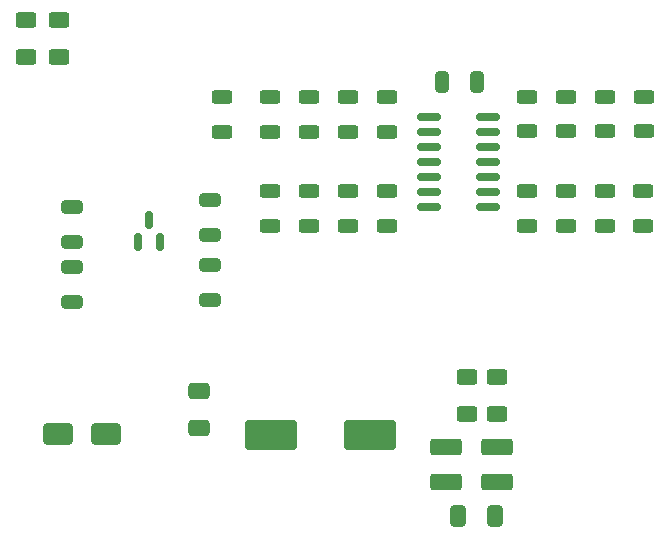
<source format=gtp>
G04 #@! TF.GenerationSoftware,KiCad,Pcbnew,8.0.4*
G04 #@! TF.CreationDate,2024-08-25T09:48:10+02:00*
G04 #@! TF.ProjectId,RTC-Messbruecke-from-template,5254432d-4d65-4737-9362-727565636b65,rev?*
G04 #@! TF.SameCoordinates,Original*
G04 #@! TF.FileFunction,Paste,Top*
G04 #@! TF.FilePolarity,Positive*
%FSLAX46Y46*%
G04 Gerber Fmt 4.6, Leading zero omitted, Abs format (unit mm)*
G04 Created by KiCad (PCBNEW 8.0.4) date 2024-08-25 09:48:10*
%MOMM*%
%LPD*%
G01*
G04 APERTURE LIST*
G04 Aperture macros list*
%AMRoundRect*
0 Rectangle with rounded corners*
0 $1 Rounding radius*
0 $2 $3 $4 $5 $6 $7 $8 $9 X,Y pos of 4 corners*
0 Add a 4 corners polygon primitive as box body*
4,1,4,$2,$3,$4,$5,$6,$7,$8,$9,$2,$3,0*
0 Add four circle primitives for the rounded corners*
1,1,$1+$1,$2,$3*
1,1,$1+$1,$4,$5*
1,1,$1+$1,$6,$7*
1,1,$1+$1,$8,$9*
0 Add four rect primitives between the rounded corners*
20,1,$1+$1,$2,$3,$4,$5,0*
20,1,$1+$1,$4,$5,$6,$7,0*
20,1,$1+$1,$6,$7,$8,$9,0*
20,1,$1+$1,$8,$9,$2,$3,0*%
G04 Aperture macros list end*
%ADD10RoundRect,0.250000X0.625000X-0.312500X0.625000X0.312500X-0.625000X0.312500X-0.625000X-0.312500X0*%
%ADD11RoundRect,0.250000X-0.325000X-0.650000X0.325000X-0.650000X0.325000X0.650000X-0.325000X0.650000X0*%
%ADD12RoundRect,0.250000X0.625000X-0.400000X0.625000X0.400000X-0.625000X0.400000X-0.625000X-0.400000X0*%
%ADD13RoundRect,0.250001X-1.074999X0.462499X-1.074999X-0.462499X1.074999X-0.462499X1.074999X0.462499X0*%
%ADD14RoundRect,0.250000X-0.625000X0.312500X-0.625000X-0.312500X0.625000X-0.312500X0.625000X0.312500X0*%
%ADD15RoundRect,0.250000X-0.650000X0.325000X-0.650000X-0.325000X0.650000X-0.325000X0.650000X0.325000X0*%
%ADD16RoundRect,0.250000X1.000000X0.650000X-1.000000X0.650000X-1.000000X-0.650000X1.000000X-0.650000X0*%
%ADD17RoundRect,0.150000X0.150000X-0.587500X0.150000X0.587500X-0.150000X0.587500X-0.150000X-0.587500X0*%
%ADD18RoundRect,0.250000X0.650000X-0.325000X0.650000X0.325000X-0.650000X0.325000X-0.650000X-0.325000X0*%
%ADD19RoundRect,0.250000X0.412500X0.650000X-0.412500X0.650000X-0.412500X-0.650000X0.412500X-0.650000X0*%
%ADD20RoundRect,0.250000X0.650000X-0.412500X0.650000X0.412500X-0.650000X0.412500X-0.650000X-0.412500X0*%
%ADD21RoundRect,0.150000X-0.825000X-0.150000X0.825000X-0.150000X0.825000X0.150000X-0.825000X0.150000X0*%
%ADD22RoundRect,0.250000X-1.950000X-1.000000X1.950000X-1.000000X1.950000X1.000000X-1.950000X1.000000X0*%
G04 APERTURE END LIST*
D10*
X133410000Y-61725000D03*
X133410000Y-58800000D03*
D11*
X141374999Y-57550000D03*
X144325001Y-57550000D03*
D10*
X148550000Y-69725000D03*
X148550000Y-66800000D03*
D12*
X146050000Y-85624000D03*
X146050000Y-82524000D03*
D13*
X146050000Y-88428500D03*
X146050000Y-91403500D03*
D12*
X143510000Y-85624000D03*
X143510000Y-82524000D03*
D14*
X130120000Y-58800000D03*
X130120000Y-61725000D03*
D15*
X121750000Y-73024999D03*
X121750000Y-75975001D03*
D12*
X106172000Y-55398000D03*
X106172000Y-52298000D03*
D10*
X151890000Y-61712500D03*
X151890000Y-58787500D03*
X155130000Y-69725000D03*
X155130000Y-66800000D03*
D14*
X158470000Y-58787500D03*
X158470000Y-61712500D03*
D16*
X112890000Y-87300000D03*
X108890000Y-87300000D03*
D17*
X115587500Y-71112500D03*
X117487500Y-71112500D03*
X116537500Y-69237499D03*
D10*
X130120000Y-69725000D03*
X130120000Y-66800000D03*
D14*
X136700000Y-58800000D03*
X136700000Y-61725000D03*
X155180000Y-58787500D03*
X155180000Y-61712500D03*
D10*
X136700000Y-69725000D03*
X136700000Y-66800000D03*
D15*
X110000000Y-73224999D03*
X110000000Y-76175001D03*
D13*
X141732000Y-88428500D03*
X141732000Y-91403500D03*
D18*
X121750000Y-70475001D03*
X121750000Y-67524999D03*
D10*
X158420000Y-69725000D03*
X158420000Y-66800000D03*
D14*
X151840000Y-66800000D03*
X151840000Y-69725000D03*
D19*
X145834500Y-94234000D03*
X142709500Y-94234000D03*
D20*
X120800000Y-86812500D03*
X120800000Y-83687500D03*
D14*
X148600000Y-58787500D03*
X148600000Y-61712500D03*
X133410000Y-66800000D03*
X133410000Y-69725000D03*
D21*
X140273000Y-60452000D03*
X140273000Y-61722000D03*
X140273000Y-62992000D03*
X140273000Y-64262000D03*
X140273000Y-65532000D03*
X140273000Y-66802000D03*
X140273000Y-68072000D03*
X145223000Y-68072000D03*
X145223000Y-66802000D03*
X145223000Y-65532000D03*
X145223000Y-64262000D03*
X145223000Y-62992000D03*
X145223000Y-61722000D03*
X145223000Y-60452000D03*
D12*
X108966000Y-55398000D03*
X108966000Y-52298000D03*
D10*
X126830000Y-69725000D03*
X126830000Y-66800000D03*
D14*
X126830000Y-58800000D03*
X126830000Y-61725000D03*
D18*
X110000000Y-71100000D03*
X110000000Y-68149998D03*
D22*
X126864000Y-87376000D03*
X135264000Y-87376000D03*
D14*
X122700000Y-58800000D03*
X122700000Y-61725000D03*
M02*

</source>
